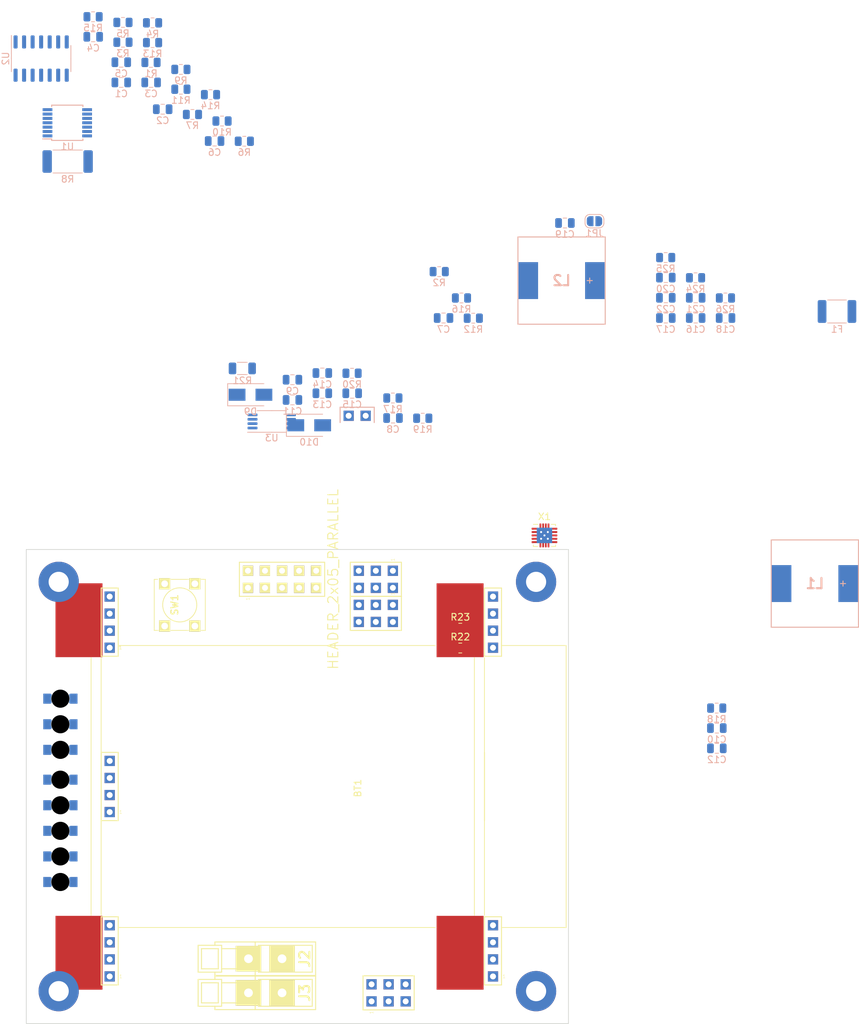
<source format=kicad_pcb>
(kicad_pcb (version 20211014) (generator pcbnew)
  (layers (0 "F.Cu" signal) (31 "B.Cu" signal) (34 "B.Paste" user) (35 "F.Paste" user) (36 "B.SilkS" user "B.Silkscreen") (37 "F.SilkS" user "F.Silkscreen") (38 "B.Mask" user) (39 "F.Mask" user) (44 "Edge.Cuts" user))
  (net 0 "")
  (net 1 "+3V3")
  (net 2 "GND")
  (net 3 "Net-(C2-Pad1)")
  (net 4 "Net-(C3-Pad1)")
  (net 5 "Net-(C3-Pad2)")
  (net 6 "/battery_pack/Battery+")
  (net 7 "/power_input/PV+")
  (net 8 "Net-(C9-Pad1)")
  (net 9 "Net-(C10-Pad1)")
  (net 10 "Net-(C10-Pad2)")
  (net 11 "Net-(C11-Pad1)")
  (net 12 "Net-(C12-Pad1)")
  (net 13 "Net-(C18-Pad1)")
  (net 14 "Net-(C19-Pad1)")
  (net 15 "Net-(D1-Pad2)")
  (net 16 "Net-(D2-Pad2)")
  (net 17 "Net-(D3-Pad2)")
  (net 18 "Net-(D4-Pad2)")
  (net 19 "Net-(D5-Pad2)")
  (net 20 "Net-(D6-Pad2)")
  (net 21 "Net-(D7-Pad2)")
  (net 22 "Net-(D8-Pad2)")
  (net 23 "Net-(D9-Pad2)")
  (net 24 "Net-(F1-Pad2)")
  (net 25 "/fuel_gauge/CHARGE_CTRL")
  (net 26 "Net-(JP1-Pad2)")
  (net 27 "Net-(L2-Pad1)")
  (net 28 "Net-(L2-Pad2)")
  (net 33 "/fuel_gauge/I2C_SCL")
  (net 34 "/fuel_gauge/I2C_SDA")
  (net 35 "Net-(R4-Pad2)")
  (net 36 "Net-(R5-Pad1)")
  (net 37 "/battery_pack/Battery-")
  (net 38 "Net-(R9-Pad2)")
  (net 39 "Net-(R10-Pad2)")
  (net 40 "Net-(R11-Pad2)")
  (net 41 "Net-(R12-Pad2)")
  (net 42 "Net-(R13-Pad2)")
  (net 43 "Net-(R14-Pad2)")
  (net 44 "Net-(R15-Pad2)")
  (net 45 "Net-(R16-Pad2)")
  (net 46 "Net-(R18-Pad2)")
  (net 47 "Net-(SW1-Pad2)")
  (net 48 "/fuel_gauge/P2")
  (net 49 "/fuel_gauge/P1")
  (footprint "Mlab_Mechanical:MountingHole_3mm" (layer "F.Cu") (at 84.836 81.026)
    (fp_text reference "M4" hide)
    (fp_text value "HOLE" hide)
    (pad "1" thru_hole circle (at 0 0) (size 6 6) (drill 3) (layers *.Cu *.Mask) (clearance 1))
  )
  (footprint "Mlab_Pin_Headers:Straight_2x03" (layer "F.Cu") (at 133.985 142.24 90)
    (fp_text reference "J1" hide)
    (fp_text value "HEADER_2x03_PARALLEL" hide)
    (fp_text user "1" (at -2.921 -2.54 90) (layer "F.SilkS") (effects (font (size 0.5 0.5) (thickness 0.05))))
    (pad "1" thru_hole rect (at -1.27 -2.54 90) (size 1.524 1.524) (drill 0.889) (layers *.Cu *.Mask) (net 2 "GND"))
    (pad "2" thru_hole rect (at 1.27 -2.54 90) (size 1.524 1.524) (drill 0.889) (layers *.Cu *.Mask) (net 2 "GND"))
    (pad "3" thru_hole rect (at -1.27 0 90) (size 1.524 1.524) (drill 0.889) (layers *.Cu *.Mask) (net 24 "Net-(F1-Pad2)"))
    (pad "4" thru_hole rect (at 1.27 0 90) (size 1.524 1.524) (drill 0.889) (layers *.Cu *.Mask) (net 24 "Net-(F1-Pad2)"))
    (pad "5" thru_hole rect (at -1.27 2.54 90) (size 1.524 1.524) (drill 0.889) (layers *.Cu *.Mask) (net 2 "GND"))
    (pad "6" thru_hole rect (at 1.27 2.54 90) (size 1.524 1.524) (drill 0.889) (layers *.Cu *.Mask) (net 2 "GND"))
  )
  (footprint "Package_SON:Texas_S-PWSON-N10_ThermalVias" (layer "F.Cu") (at 157.202 74.108)
    (fp_text reference "X1" (at 0 -2.8) (layer "F.SilkS"))
    (fp_text value "TPS63060")
    (pad "1" smd rect (at -1.76 -1) (size 0.28 0.28) (layers "F.Cu" "F.Paste" "F.Mask") (net 27 "Net-(L2-Pad1)"))
    (pad "1" smd oval (at -1.475 -1) (size 0.85 0.28) (layers "F.Cu" "F.Paste" "F.Mask") (net 27 "Net-(L2-Pad1)"))
    (pad "2" smd rect (at -1.76 -0.5) (size 0.28 0.28) (layers "F.Cu" "F.Paste" "F.Mask") (net 6 "/battery_pack/Battery+"))
    (pad "2" smd oval (at -1.475 -0.5) (size 0.85 0.28) (layers "F.Cu" "F.Paste" "F.Mask") (net 6 "/battery_pack/Battery+"))
    (pad "3" smd oval (at -1.475 0) (size 0.85 0.28) (layers "F.Cu" "F.Paste" "F.Mask") (net 6 "/battery_pack/Battery+"))
    (pad "3" smd rect (at -1.76 0) (size 0.28 0.28) (layers "F.Cu" "F.Paste" "F.Mask") (net 6 "/battery_pack/Battery+"))
    (pad "4" smd rect (at -1.76 0.5) (size 0.28 0.28) (layers "F.Cu" "F.Paste" "F.Mask") (net 26 "Net-(JP1-Pad2)"))
    (pad "4" smd oval (at -1.475 0.5) (size 0.85 0.28) (layers "F.Cu" "F.Paste" "F.Mask") (net 26 "Net-(JP1-Pad2)"))
    (pad "5" smd rect (at -1.76 1) (size 0.28 0.28) (layers "F.Cu" "F.Paste" "F.Mask"))
    (pad "5" smd oval (at -1.475 1) (size 0.85 0.28) (layers "F.Cu" "F.Paste" "F.Mask"))
    (pad "6" smd oval (at 1.475 1) (size 0.85 0.28) (layers "F.Cu" "F.Paste" "F.Mask") (net 13 "Net-(C18-Pad1)"))
    (pad "6" smd rect (at 1.76 1) (size 0.28 0.28) (layers "F.Cu" "F.Paste" "F.Mask") (net 13 "Net-(C18-Pad1)"))
    (pad "7" smd oval (at 1.475 0.5) (size 0.85 0.28) (layers "F.Cu" "F.Paste" "F.Mask") (net 2 "GND"))
    (pad "7" smd rect (at 1.76 0.5) (size 0.28 0.28) (layers "F.Cu" "F.Paste" "F.Mask") (net 2 "GND"))
    (pad "8" smd rect (at 1.76 0) (size 0.28 0.28) (layers "F.Cu" "F.Paste" "F.Mask") (net 14 "Net-(C19-Pad1)"))
    (pad "8" smd oval (at 1.475 0) (size 0.85 0.28) (layers "F.Cu" "F.Paste" "F.Mask") (net 14 "Net-(C19-Pad1)"))
    (pad "9" smd oval (at 1.475 -0.5) (size 0.85 0.28) (layers "F.Cu" "F.Paste" "F.Mask") (net 1 "+3V3"))
    (pad "9" smd rect (at 1.76 -0.5) (size 0.28 0.28) (layers "F.Cu" "F.Paste" "F.Mask") (net 1 "+3V3"))
    (pad "10" smd oval (at 1.475 -1) (size 0.85 0.28) (layers "F.Cu" "F.Paste" "F.Mask") (net 28 "Net-(L2-Pad2)"))
    (pad "10" smd rect (at 1.76 -1) (size 0.28 0.28) (layers "F.Cu" "F.Paste" "F.Mask") (net 28 "Net-(L2-Pad2)"))
    (pad "11" smd rect (at -0.6 1.425) (size 0.23 0.6) (layers "F.Cu" "F.Paste" "F.Mask") (net 2 "GND"))
    (pad "11" smd rect (at 0.435 0.56) (size 0.65 0.9) (layers "F.Cu" "F.Paste" "F.Mask") (net 2 "GND"))
    (pad "11" smd rect (at -0.2 1.425) (size 0.23 0.6) (layers "F.Cu" "F.Paste" "F.Mask") (net 2 "GND"))
    (pad "11" smd rect (at 0 0) (size 1.7 2.15) (layers "F.Cu" "F.Mask") (net 2 "GND"))
    (pad "11" smd rect (at -0.001 0) (size 2.3 2.3) (layers "B.Cu") (net 2 "GND"))
    (pad "11" smd rect (at 0.6 -1.425) (size 0.25 0.7) (layers "F.Cu" "F.Paste" "F.Mask") (net 2 "GND"))
    (pad "11" thru_hole circle (at 0.5 -0.5) (size 0.6 0.6) (drill 0.3) (layers *.Cu *.Mask) (net 2 "GND"))
    (pad "11" smd rect (at -0.2 1.425) (size 0.25 0.7) (layers "F.Cu" "F.Paste" "F.Mask") (net 2 "GND"))
    (pad "11" smd rect (at 0.2 1.425) (size 0.25 0.7) (layers "F.Cu" "F.Paste" "F.Mask") (net 2 "GND"))
    (pad "11" smd rect (at 0.2 1.425) (size 0.23 0.6) (layers "F.Cu" "F.Paste" "F.Mask") (net 2 "GND"))
    (pad "11" smd rect (at 0.2 -1.425) (size 0.23 0.6) (layers "F.Cu" "F.Paste" "F.Mask") (net 2 "GND"))
    (pad "11" smd rect (at 0.6 1.425) (size 0.25 0.7) (layers "F.Cu" "F.Paste" "F.Mask") (net 2 "GND"))
    (pad "11" smd rect (at -0.435 0.56) (size 0.65 0.9) (layers "F.Cu" "F.Paste" "F.Mask") (net 2 "GND"))
    (pad "11" smd rect (at 0.6 1.425) (size 0.23 0.6) (layers "F.Cu" "F.Paste" "F.Mask") (net 2 "GND"))
    (pad "11" smd rect (at -0.2 -1.425) (size 0.25 0.7) (layers "F.Cu" "F.Paste" "F.Mask") (net 2 "GND"))
    (pad "11" smd rect (at 0.2 -1.425) (size 0.25 0.7) (layers "F.Cu" "F.Paste" "F.Mask") (net 2 "GND"))
    (pad "11" smd rect (at 0.435 -0.56) (size 0.65 0.9) (layers "F.Cu" "F.Paste" "F.Mask") (net 2 "GND"))
    (pad "11" smd rect (at -0.6 -1.425) (size 0.25 0.7) (layers "F.Cu" "F.Paste" "F.Mask") (net 2 "GND"))
    (pad "11" thru_hole circle (at 0 0) (size 0.6 0.6) (drill 0.3) (layers *.Cu *.Mask) (net 2 "GND"))
    (pad "11" smd rect (at 0.6 -1.425) (size 0.23 0.6) (layers "F.Cu" "F.Paste" "F.Mask") (net 2 "GND"))
    (pad "11" smd rect (at -0.6 1.425) (size 0.25 0.7) (layers "F.Cu" "F.Paste" "F.Mask") (net 2 "GND"))
    (pad "11" smd rect (at -0.6 -1.425) (size 0.23 0.6) (layers "F.Cu" "F.Paste" "F.Mask") (net 2 "GND"))
    (pad "11" thru_hole circle (at 0.5 0.5) (size 0.6 0.6) (drill 0.3) (layers *.Cu *.Mask) (net 2 "GND"))
    (pad "11" thru_hole circle (at -0.5 -0.5) (size 0.6 0.6) (drill 0.3) (layers *.Cu *.Mask) (net 2 "GND"))
    (pad "11" thru_hole circle (at -0.5 0.5) (size 0.6 0.6) (drill 0.3) (layers *.Cu *.Mask) (net 2 "GND"))
    (pad "11" smd rect (at -0.2 -1.425) (size 0.23 0.6) (layers "F.Cu" "F.Paste" "F.Mask") (net 2 "GND"))
    (pad "11" smd rect (at -0.435 -0.56) (size 0.65 0.9) (layers "F.Cu" "F.Paste" "F.Mask") (net 2 "GND"))
  )
  (footprint "Resistor_SMD:R_0805_2012Metric" (layer "F.Cu") (at 144.662 90.878)
    (fp_text reference "R22" (at 0 -1.65) (layer "F.SilkS"))
    (fp_text value "560k")
    (pad "1" smd roundrect (at -0.9125 0) (size 1.025 1.4) (layers "F.Cu" "F.Paste" "F.Mask") (roundrect_rratio 0.243902) (net 11 "Net-(C11-Pad1)"))
    (pad "2" smd roundrect (at 0.9125 0) (size 1.025 1.4) (layers "F.Cu" "F.Paste" "F.Mask") (roundrect_rratio 0.243902) (net 6 "/battery_pack/Battery+"))
  )
  (footprint "Mlab_Pin_Headers:Straight_2x03" (layer "F.Cu") (at 132.08 80.645 -90)
    (fp_text reference "J6" hide)
    (fp_text value "HEADER_2x03_PARALLEL" hide)
    (fp_text user "1" (at -2.921 -2.54 90) (layer "F.SilkS") (effects (font (size 0.5 0.5) (thickness 0.05))))
    (pad "1" thru_hole rect (at -1.27 -2.54 270) (size 1.524 1.524) (drill 0.889) (layers *.Cu *.Mask) (net 2 "GND"))
    (pad "2" thru_hole rect (at 1.27 -2.54 270) (size 1.524 1.524) (drill 0.889) (layers *.Cu *.Mask) (net 2 "GND"))
    (pad "3" thru_hole rect (at -1.27 0 270) (size 1.524 1.524) (drill 0.889) (layers *.Cu *.Mask) (net 1 "+3V3"))
    (pad "4" thru_hole rect (at 1.27 0 270) (size 1.524 1.524) (drill 0.889) (layers *.Cu *.Mask) (net 1 "+3V3"))
    (pad "5" thru_hole rect (at -1.27 2.54 270) (size 1.524 1.524) (drill 0.889) (layers *.Cu *.Mask) (net 2 "GND"))
    (pad "6" thru_hole rect (at 1.27 2.54 270) (size 1.524 1.524) (drill 0.889) (layers *.Cu *.Mask) (net 2 "GND"))
  )
  (footprint "Mlab_Batery:4XLTO1865V01A" (layer "F.Cu") (at 92.434 111.506 90)
    (fp_text reference "BT1" (at -0.254 36.957 90) (layer "F.SilkS"))
    (fp_text value "4xLTO18650")
    (fp_text user "1" (at -3.81 1.651) (layer "F.SilkS") (effects (font (size 0.5 0.5) (thickness 0.05))))
    (fp_text user "1" (at 20.67 1.524) (layer "F.SilkS") (effects (font (size 0.5 0.5) (thickness 0.05))))
    (fp_text user "1" (at -28.29 1.651) (layer "F.SilkS") (effects (font (size 0.5 0.5) (thickness 0.05))))
    (fp_text user "1" (at -28.29 58.751) (layer "F.SilkS") (effects (font (size 0.5 0.5) (thickness 0.05))))
    (fp_text user "1" (at 20.67 1.651 180) (layer "F.SilkS") (effects (font (size 0.5 0.5) (thickness 0.05))))
    (pad "1" thru_hole rect locked (at -1.27 0 180) (size 1.524 1.524) (drill 0.889) (layers *.Cu *.Mask) (net 6 "/battery_pack/Battery+"))
    (pad "1" thru_hole rect locked (at 1.27 0 180) (size 1.524 1.524) (drill 0.889) (layers *.Cu *.Mask) (net 6 "/battery_pack/Battery+"))
    (pad "2" thru_hole rect locked (at -3.81 0 180) (size 1.524 1.524) (drill 0.889) (layers *.Cu *.Mask) (net 37 "/battery_pack/Battery-"))
    (pad "2" thru_hole rect locked (at 3.81 0 180) (size 1.524 1.524) (drill 0.889) (layers *.Cu *.Mask) (net 37 "/battery_pack/Battery-"))
    (pad "3" thru_hole rect locked (at 25.75 0 180) (size 1.524 1.524) (drill 0.889) (layers *.Cu *.Mask) (net 2 "GND"))
    (pad "3" thru_hole rect locked (at 25.75 57.1 180) (size 1.524 1.524) (drill 0.889) (layers *.Cu *.Mask) (net 2 "GND"))
    (pad "3" thru_hole rect locked (at 23.21 0 180) (size 1.524 1.524) (drill 0.889) (layers *.Cu *.Mask) (net 2 "GND"))
    (pad "3" smd rect locked (at 24.765 52.197 90) (size 11 7) (layers "F.Cu" "F.Paste" "F.Mask") (net 2 "GND"))
    (pad "3" thru_hole rect locked (at 20.67 0 180) (size 1.524 1.524) (drill 0.889) (layers *.Cu *.Mask) (net 2 "GND"))
    (pad "3" thru_hole rect locked (at -20.67 0 180) (size 1.524 1.524) (drill 0.889) (layers *.Cu *.Mask) (net 2 "GND"))
    (pad "3" thru_hole rect locked (at 28.29 0 180) (size 1.524 1.524) (drill 0.889) (layers *.Cu *.Mask) (net 2 "GND"))
    (pad "3" smd rect locked (at 24.765 -4.572 90) (size 11 7) (layers "F.Cu" "F.Paste" "F.Mask") (net 2 "GND"))
    (pad "3" thru_hole rect locked (at 28.29 57.1 180) (size 1.524 1.524) (drill 0.889) (layers *.Cu *.Mask) (net 2 "GND"))
    (pad "3" thru_hole rect locked (at -20.67 57.1 180) (size 1.524 1.524) (drill 0.889) (layers *.Cu *.Mask) (net 2 "GND"))
    (pad "3" thru_hole rect locked (at -28.29 0 180) (size 1.524 1.524) (drill 0.889) (layers *.Cu *.Mask) (net 2 "GND"))
    (pad "3" smd rect locked (at -24.765 -4.572 90) (size 11 7) (layers "F.Cu" "F.Paste" "F.Mask") (net 2 "GND"))
    (pad "3" thru_hole rect locked (at -25.75 0 180) (size 1.524 1.524) (drill 0.889) (layers *.Cu *.Mask) (net 2 "GND"))
    (pad "3" thru_hole rect locked (at -23.21 0 180) (size 1.524 1.524) (drill 0.889) (layers *.Cu *.Mask) (net 2 "GND"))
    (pad "3" thru_hole rect locked (at -28.29 57.1 180) (size 1.524 1.524) (drill 0.889) (layers *.Cu *.Mask) (net 2 "GND"))
    (pad "3" smd rect locked (at -24.765 52.197 90) (size 11 7) (layers "F.Cu" "F.Paste" "F.Mask") (net 2 "GND"))
    (pad "3" thru_hole rect locked (at -25.75 57.1 180) (size 1.524 1.524) (drill 0.889) (layers *.Cu *.Mask) (net 2 "GND"))
    (pad "3" thru_hole rect locked (at 23.21 57.1 180) (size 1.524 1.524) (drill 0.889) (layers *.Cu *.Mask) (net 2 "GND"))
    (pad "3" thru_hole rect locked (at 20.67 57.1 180) (size 1.524 1.524) (drill 0.889) (layers *.Cu *.Mask) (net 2 "GND"))
    (pad "3" thru_hole rect locked (at -23.21 57.1 180) (size 1.524 1.524) (drill 0.889) (layers *.Cu *.Mask) (net 2 "GND"))
  )
  (footprint "Mlab_Mechanical:MountingHole_3mm" (layer "F.Cu") (at 155.956 81.026)
    (fp_text reference "M1" hide)
    (fp_text value "HOLE" hide)
    (pad "1" thru_hole circle (at 0 0) (size 6 6) (drill 3) (layers *.Cu *.Mask) (clearance 1))
  )
  (footprint "Mlab_Mechanical:MountingHole_3mm" (layer "F.Cu") (at 155.956 141.986)
    (fp_text reference "M3" hide)
    (fp_text value "HOLE" hide)
    (pad "1" thru_hole circle (at 0 0) (size 6 6) (drill 3) (layers *.Cu *.Mask) (clearance 1))
  )
  (footprint "Mlab_Pin_Headers:Straight_2x05" (layer "F.Cu") (at 118.11 80.645 90)
    (fp_text reference "P1" hide)
    (fp_text value "HEADER_2x05_PARALLEL" (at 0 7.62 90) (layer "F.SilkS") (effects (font (size 1.5 1.5))))
    (fp_text user "1" (at -2.921 -5.08 90) (layer "F.SilkS") (effects (font (size 0.5 0.5) (thickness 0.05))))
    (pad "1" thru_hole rect (at -1.27 -5.08 90) (size 1.524 1.524) (drill 0.889) (layers *.Cu *.Mask "F.SilkS") (net 2 "GND"))
    (pad "2" thru_hole rect (at 1.27 -5.08 90) (size 1.524 1.524) (drill 0.889) (layers *.Cu *.Mask "F.SilkS") (net 2 "GND"))
    (pad "3" thru_hole rect (at -1.27 -2.54 90) (size 1.524 1.524) (drill 0.889) (layers *.Cu *.Mask "F.SilkS") (net 33 "/fuel_gauge/I2C_SCL"))
    (pad "4" thru_hole rect (at 1.27 -2.54 90) (size 1.524 1.524) (drill 0.889) (layers *.Cu *.Mask "F.SilkS") (net 33 "/fuel_gauge/I2C_SCL"))
    (pad "5" thru_hole rect (at -1.27 0 90) (size 1.524 1.524) (drill 0.889) (layers *.Cu *.Mask "F.SilkS") (net 1 "+3V3"))
    (pad "6" thru_hole rect (at 1.27 0 90) (size 1.524 1.524) (drill 0.889) (layers *.Cu *.Mask "F.SilkS") (net 1 "+3V3"))
    (pad "7" thru_hole rect (at -1.27 2.54 90) (size 1.524 1.524) (drill 0.889) (layers *.Cu *.Mask "F.SilkS") (net 34 "/fuel_gauge/I2C_SDA"))
    (pad "8" thru_hole rect (at 1.27 2.54 90) (size 1.524 1.524) (drill 0.889) (layers *.Cu *.Mask "F.SilkS") (net 34 "/fuel_gauge/I2C_SDA"))
    (pad "9" thru_hole rect (at -1.27 5.08 90) (size 1.524 1.524) (drill 0.889) (layers *.Cu *.Mask "F.SilkS") (net 2 "GND"))
    (pad "10" thru_hole rect (at 1.27 5.08 90) (size 1.524 1.524) (drill 0.889) (layers *.Cu *.Mask "F.SilkS") (net 2 "GND"))
  )
  (footprint "Mlab_SW:SW_PUSH_SMALL" (layer "F.Cu") (at 102.87 84.455 90)
    (fp_text reference "SW1" (at 0 -0.762 90) (layer "F.SilkS") (effects (font (size 1.016 1.016) (thickness 0.2032))))
    (fp_text value "SW_PUSH" hide)
    (pad "1" thru_hole rect (at -3.15 -2.25 90) (size 1.6764 1.6764) (drill 1) (layers *.Cu *.Mask "F.SilkS") (net 36 "Net-(R5-Pad1)"))
    (pad "1" thru_hole rect (at 3.15 -2.25 90) (size 1.6764 1.6764) (drill 1) (layers *.Cu *.Mask "F.SilkS") (net 36 "Net-(R5-Pad1)"))
    (pad "2" thru_hole rect (at -3.15 2.25 90) (size 1.6764 1.6764) (drill 1) (layers *.Cu *.Mask "F.SilkS") (net 47 "Net-(SW1-Pad2)"))
    (pad "2" thru_hole rect (at 3.15 2.25 90) (size 1.6764 1.6764) (drill 1) (layers *.Cu *.Mask "F.SilkS") (net 47 "Net-(SW1-Pad2)"))
  )
  (footprint "Resistor_SMD:R_0805_2012Metric" (layer "F.Cu") (at 144.662 87.928)
    (fp_text reference "R23" (at 0 -1.65) (layer "F.SilkS"))
    (fp_text value "270k")
    (pad "1" smd roundrect (at -0.9125 0) (size 1.025 1.4) (layers "F.Cu" "F.Paste" "F.Mask") (roundrect_rratio 0.243902) (net 2 "GND"))
    (pad "2" smd roundrect (at 0.9125 0) (size 1.025 1.4) (layers "F.Cu" "F.Paste" "F.Mask") (roundrect_rratio 0.243902) (net 11 "Net-(C11-Pad1)"))
  )
  (footprint "Mlab_Mechanical:MountingHole_3mm" (layer "F.Cu") (at 84.836 141.986)
    (fp_text reference "M2" hide)
    (fp_text value "HOLE" hide)
    (pad "1" thru_hole circle (at 0 0) (size 6 6) (drill 3) (layers *.Cu *.Mask) (clearance 1))
  )
  (footprint "Mlab_Pin_Headers:Straight_2x03" (layer "F.Cu") (at 132.08 85.725 -90)
    (fp_text reference "J5" hide)
    (fp_text value "HEADER_2x03_PARALLEL" hide)
    (fp_text user "1" (at -2.921 -2.54 90) (layer "F.SilkS") (effects (font (size 0.5 0.5) (thickness 0.05))))
    (pad "1" thru_hole rect (at -1.27 -2.54 270) (size 1.524 1.524) (drill 0.889) (layers *.Cu *.Mask) (net 2 "GND"))
    (pad "2" thru_hole rect (at 1.27 -2.54 270) (size 1.524 1.524) (drill 0.889) (layers *.Cu *.Mask) (net 2 "GND"))
    (pad "3" thru_hole rect (at -1.27 0 270) (size 1.524 1.524) (drill 0.889) (layers *.Cu *.Mask) (net 1 "+3V3"))
    (pad "4" thru_hole rect (at 1.27 0 270) (size 1.524 1.524) (drill 0.889) (layers *.Cu *.Mask) (net 1 "+3V3"))
    (pad "5" thru_hole rect (at -1.27 2.54 270) (size 1.524 1.524) (drill 0.889) (layers *.Cu *.Mask) (net 2 "GND"))
    (pad "6" thru_hole rect (at 1.27 2.54 270) (size 1.524 1.524) (drill 0.889) (layers *.Cu *.Mask) (net 2 "GND"))
  )
  (footprint "Mlab_CON:WAGO256" (layer "F.Cu") (at 115.65 137.16 180)
    (fp_text reference "J2" (at -5.842 0 90) (layer "F.SilkS") (effects (font (size 1.524 1.524) (thickness 0.3048))))
    (fp_text value "WAGO 256 RED" hide)
    (pad "1" thru_hole rect locked (at 2.54 0 270) (size 3.81 3.81) (drill 1.3) (layers *.Cu *.Mask "F.SilkS") (net 7 "/power_input/PV+"))
    (pad "1" thru_hole rect locked (at -2.46 0 270) (size 3.81 3.81) (drill 1.3) (layers *.Cu *.Mask "F.SilkS") (net 7 "/power_input/PV+"))
  )
  (footprint "Mlab_CON:WAGO256" (layer "F.Cu") (at 115.65 142.24 180)
    (fp_text reference "J3" (at -5.842 0 90) (layer "F.SilkS") (effects (font (size 1.524 1.524) (thickness 0.3048))))
    (fp_text value "WAGO 256 BLUE" hide)
    (pad "1" thru_hole rect locked (at 2.54 0 270) (size 3.81 3.81) (drill 1.3) (layers *.Cu *.Mask "F.SilkS") (net 2 "GND"))
    (pad "1" thru_hole rect locked (at -2.46 0 270) (size 3.81 3.81) (drill 1.3) (layers *.Cu *.Mask "F.SilkS") (net 2 "GND"))
  )
  (footprint "Mlab_D:LED_1206" (layer "B.Cu") (at 85.09 98.425 180)
    (fp_text reference "D8" hide)
    (fp_text value "ORAGE" hide)
    (pad "" np_thru_hole circle (at 0 0 180) (size 2.7 2.7) (drill 2.7) (layers *.Mask))
    (pad "1" smd custom (at 1.905 0) (size 0 0) (layers "B.Cu" "B.Paste" "B.Mask") (net 1 "+3V3") (options (clearance outline) (anchor rect)) (primitives (gr_arc (start 0.402401 0.542868) (mid 0.307349 -0.003795) (end 0.405 -0.55) (width 0.4)) (gr_poly (pts (xy 0.405 -0.75) (xy -0.645 -0.75) (xy -0.645 0.75) (xy 0.405 0.75)) (width 0) (fill yes))))
    (pad "2" smd custom (at -1.905 0 180) (size 0 0) (layers "B.Cu" "B.Paste" "B.Mask") (net 22 "Net-(D8-Pad2)") (options (clearance outline) (anchor rect)) (primitives (gr_arc (start 0.402401 0.542868) (mid 0.307349 -0.003795) (end 0.405 -0.55) (width 0.4)) (gr_poly (pts (xy 0.405 -0.75) (xy -0.645 -0.75) (xy -0.645 0.75) (xy 0.405 0.75)) (width 0) (fill yes))))
  )
  (footprint "Diode_SMD:D_SMA" (layer "B.Cu") (at 122.16 57.705)
    (fp_text reference "D10" (at 0 2.5 180) (layer "B.SilkS") (effects (justify mirror)))
    (fp_text value "SMBJ5.0A")
    (pad "1" smd rect (at -2 0) (size 2.5 1.8) (layers "B.Cu" "B.Paste" "B.Mask") (net 12 "Net-(C12-Pad1)"))
    (pad "2" smd rect (at 2 0) (size 2.5 1.8) (layers "B.Cu" "B.Paste" "B.Mask") (net 2 "GND"))
  )
  (footprint "Capacitor_SMD:C_0805_2012Metric" (layer "B.Cu") (at 124.11 52.935)
    (fp_text reference "C13" (at 0 1.68 180) (layer "B.SilkS") (effects (justify mirror)))
    (fp_text value "10uF")
    (pad "1" smd roundrect (at -0.95 0) (size 1 1.45) (layers "B.Cu" "B.Paste" "B.Mask") (net 12 "Net-(C12-Pad1)"))
    (pad "2" smd roundrect (at 0.95 0) (size 1 1.45) (layers "B.Cu" "B.Paste" "B.Mask") (net 2 "GND"))
  )
  (footprint "Resistor_SMD:R_1206_3216Metric" (layer "B.Cu") (at 112.19 49.235)
    (fp_text reference "R21" (at 0 1.82 180) (layer "B.SilkS") (effects (justify mirror)))
    (fp_text value "0R47")
    (pad "1" smd roundrect (at -1.4625 0) (size 1.125 1.75) (layers "B.Cu" "B.Paste" "B.Mask") (roundrect_rratio 0.222222) (net 6 "/battery_pack/Battery+"))
    (pad "2" smd roundrect (at 1.4625 0) (size 1.125 1.75) (layers "B.Cu" "B.Paste" "B.Mask") (roundrect_rratio 0.222222) (net 12 "Net-(C12-Pad1)"))
  )
  (footprint "Fuse:Fuse_1812_4532Metric_Pad1.30x3.40mm_HandSolder" (layer "B.Cu") (at 200.78 40.755)
    (fp_text reference "F1" (at 0 2.65 180) (layer "B.SilkS") (effects (justify mirror)))
    (fp_text value "1,1A")
    (pad "1" smd roundrect (at -2.225 0) (size 1.3 3.4) (layers "B.Cu" "B.Paste" "B.Mask") (roundrect_rratio 0.192308) (net 6 "/battery_pack/Battery+"))
    (pad "2" smd roundrect (at 2.225 0) (size 1.3 3.4) (layers "B.Cu" "B.Paste" "B.Mask") (roundrect_rratio 0.192308) (net 24 "Net-(F1-Pad2)"))
  )
  (footprint "Capacitor_SMD:C_0805_2012Metric" (layer "B.Cu") (at 179.73 41.725)
    (fp_text reference "C16" (at 0 1.68 180) (layer "B.SilkS") (effects (justify mirror)))
    (fp_text value "47uF/6V3")
    (pad "1" smd roundrect (at -0.95 0) (size 1 1.45) (layers "B.Cu" "B.Paste" "B.Mask") (net 6 "/battery_pack/Battery+"))
    (pad "2" smd roundrect (at 0.95 0) (size 1 1.45) (layers "B.Cu" "B.Paste" "B.Mask") (net 2 "GND"))
  )
  (footprint "Resistor_SMD:R_0805_2012Metric" (layer "B.Cu") (at 184.16 38.745)
    (fp_text reference "R26" (at 0 1.65 180) (layer "B.SilkS") (effects (justify mirror)))
    (fp_text value "100k")
    (pad "1" smd roundrect (at -0.9125 0) (size 1.025 1.4) (layers "B.Cu" "B.Paste" "B.Mask") (roundrect_rratio 0.243902) (net 14 "Net-(C19-Pad1)"))
    (pad "2" smd roundrect (at 0.9125 0) (size 1.025 1.4) (layers "B.Cu" "B.Paste" "B.Mask") (roundrect_rratio 0.243902) (net 2 "GND"))
  )
  (footprint "Mlab_D:LED_1206" (layer "B.Cu") (at 85.09 102.235 180)
    (fp_text reference "D1" hide)
    (fp_text value "ORAGE" hide)
    (pad "" np_thru_hole circle (at 0 0 180) (size 2.7 2.7) (drill 2.7) (layers *.Mask))
    (pad "1" smd custom (at 1.905 0) (size 0 0) (layers "B.Cu" "B.Paste" "B.Mask") (net 1 "+3V3") (options (clearance outline) (anchor rect)) (primitives (gr_arc (start 0.402401 0.542868) (mid 0.307349 -0.003795) (end 0.405 -0.55) (width 0.4)) (gr_poly (pts (xy 0.405 -0.75) (xy -0.645 -0.75) (xy -0.645 0.75) (xy 0.405 0.75)) (width 0) (fill yes))))
    (pad "2" smd custom (at -1.905 0 180) (size 0 0) (layers "B.Cu" "B.Paste" "B.Mask") (net 15 "Net-(D1-Pad2)") (options (clearance outline) (anchor rect)) (primitives (gr_arc (start 0.402401 0.542868) (mid 0.307349 -0.003795) (end 0.405 -0.55) (width 0.4)) (gr_poly (pts (xy 0.405 -0.75) (xy -0.645 -0.75) (xy -0.645 0.75) (xy 0.405 0.75)) (width 0) (fill yes))))
  )
  (footprint "Resistor_SMD:R_0805_2012Metric" (layer "B.Cu") (at 139.07 56.655)
    (fp_text reference "R19" (at 0 1.65 180) (layer "B.SilkS") (effects (justify mirror)))
    (fp_text value "1k")
    (pad "1" smd roundrect (at -0.9125 0) (size 1.025 1.4) (layers "B.Cu" "B.Paste" "B.Mask") (roundrect_rratio 0.243902) (net 9 "Net-(C10-Pad1)"))
    (pad "2" smd roundrect (at 0.9125 0) (size 1.025 1.4) (layers "B.Cu" "B.Paste" "B.Mask") (roundrect_rratio 0.243902) (net 12 "Net-(C12-Pad1)"))
  )
  (footprint "Mlab_L:DE1205-10" (layer "B.Cu") (at 159.7524 36.1526)
    (fp_text reference "L2" (at 0 0 180) (layer "B.SilkS") (effects (font (size 1.524 1.524) (thickness 0.3048)) (justify mirror)))
    (fp_text value "DE1207-1" hide)
    (pad "1" smd rect locked (at 5 0) (size 3 5.5) (layers "B.Cu" "B.Paste" "B.Mask") (net 27 "Net-(L2-Pad1)"))
    (pad "2" smd rect locked (at -5 0) (size 3 5.5) (layers "B.Cu" "B.Paste" "B.Mask") (net 28 "Net-(L2-Pad2)"))
  )
  (footprint "Mlab_IO:TSSOP-14_4.4x5mm_Pitch0.65mm" (layer "B.Cu") (at 86.12 12.64798)
    (fp_text reference "U1" (at 0 3.55 180) (layer "B.SilkS") (effects (justify mirror)))
    (fp_text value "BQ34Z100")
    (pad "1" smd rect locked (at -2.95 1.95) (size 1.45 0.45) (layers "B.Cu" "B.Paste" "B.Mask") (net 48 "/fuel_gauge/P2"))
    (pad "2" smd rect locked (at -2.95 1.3) (size 1.45 0.45) (layers "B.Cu" "B.Paste" "B.Mask") (net 47 "Net-(SW1-Pad2)"))
    (pad "3" smd rect locked (at -2.95 0.65) (size 1.45 0.45) (layers "B.Cu" "B.Paste" "B.Mask") (net 49 "/fuel_gauge/P1"))
    (pad "4" smd rect locked (at -2.95 0) (size 1.45 0.45) (layers "B.Cu" "B.Paste" "B.Mask") (net 6 "/battery_pack/Battery+"))
    (pad "5" smd rect locked (at -2.95 -0.65) (size 1.45 0.45) (layers "B.Cu" "B.Paste" "B.Mask") (net 1 "+3V3"))
    (pad "6" smd rect locked (at -2.95 -1.3) (size 1.45 0.45) (layers "B.Cu" "B.Paste" "B.Mask") (net 1 "+3V3"))
    (pad "7" smd rect locked (at -2.95 -1.95) (size 1.45 0.45) (layers "B.Cu" "B.Paste" "B.Mask") (net 3 "Net-(C2-Pad1)"))
    (pad "8" smd rect locked (at 2.95 -1.95) (size 1.45 0.45) (layers "B.Cu" "B.Paste" "B.Mask") (net 2 "GND"))
    (pad "9" smd rect locked (at 2.95 -1.3) (size 1.45 0.45) (layers "B.Cu" "B.Paste" "B.Mask") (net 4 "Net-(C3-Pad1)"))
    (pad "10" smd rect locked (at 2.95 -0.65) (size 1.45 0.45) (layers "B.Cu" "B.Paste" "B.Mask") (net 5 "Net-(C3-Pad2)"))
    (pad "11" smd rect locked (at 2.95 0) (size 1.45 0.45) (layers "B.Cu" "B.Paste" "B.Mask") (net 35 "Net-(R4-Pad2)"))
    (pad "12" smd rect locked (at 2.95 0.65) (size 1.45 0.45) (layers "B.Cu" "B.Paste" "B.Mask") (net 25 "/fuel_gauge/CHARGE_CTRL"))
    (pad "13" smd rect locked (at 2.95 1.3) (size 1.45 0.45) (layers "B.Cu" "B.Paste" "B.Mask") (net 33 "/fuel_gauge/I2C_SCL"))
    (pad "14" smd rect locked (at 2.95 1.95) (size 1.45 0.45) (layers "B.Cu" "B.Paste" "B.Mask") (net 34 "/fuel_gauge/I2C_SDA"))
  )
  (footprint "Capacitor_SMD:C_0805_2012Metric" (layer "B.Cu") (at 175.28 41.725)
    (fp_text reference "C17" (at 0 1.68 180) (layer "B.SilkS") (effects (justify mirror)))
    (fp_text value "10uF")
    (pad "1" smd roundrect (at -0.95 0) (size 1 1.45) (layers "B.Cu" "B.Paste" "B.Mask") (net 6 "/battery_pack/Battery+"))
    (pad "2" smd roundrect (at 0.95 0) (size 1 1.45) (layers "B.Cu" "B.Paste" "B.Mask") (net 2 "GND"))
  )
  (footprint "Resistor_SMD:R_0805_2012Metric" (layer "B.Cu") (at 109.17 12.38798)
    (fp_text reference "R10" (at 0 1.65 180) (layer "B.SilkS") (effects (justify mirror)))
    (fp_text value "270R")
    (pad "1" smd roundrect (at -0.9125 0) (size 1.025 1.4) (layers "B.Cu" "B.Paste" "B.Mask") (roundrect_rratio 0.243902) (net 16 "Net-(D2-Pad2)"))
    (pad "2" smd roundrect (at 0.9125 0) (size 1.025 1.4) (layers "B.Cu" "B.Paste" "B.Mask") (roundrect_rratio 0.243902) (net 39 "Net-(R10-Pad2)"))
  )
  (footprint "Capacitor_SMD:C_0805_2012Metric" (layer "B.Cu") (at 142.17 41.725)
    (fp_text reference "C7" (at 0 1.68 180) (layer "B.SilkS") (effects (justify mirror)))
    (fp_text value "100nF")
    (pad "1" smd roundrect (at -0.95 0) (size 1 1.45) (layers "B.Cu" "B.Paste" "B.Mask") (net 1 "+3V3"))
    (pad "2" smd roundrect (at 0.95 0) (size 1 1.45) (layers "B.Cu" "B.Paste" "B.Mask") (net 2 "GND"))
  )
  (footprint "Resistor_SMD:R_0805_2012Metric" (layer "B.Cu") (at 104.76 11.40798)
    (fp_text reference "R7" (at 0 1.65 180) (layer "B.SilkS") (effects (justify mirror)))
    (fp_text value "100R")
    (pad "1" smd roundrect (at -0.9125 0) (size 1.025 1.4) (layers "B.Cu" "B.Paste" "B.Mask") (roundrect_rratio 0.243902) (net 2 "GND"))
    (pad "2" smd roundrect (at 0.9125 0) (size 1.025 1.4) (layers "B.Cu" "B.Paste" "B.Mask") (roundrect_rratio 0.243902) (net 5 "Net-(C3-Pad2)"))
  )
  (footprint "Resistor_SMD:R_0805_2012Metric" (layer "B.Cu") (at 175.26 32.725)
    (fp_text reference "R25" (at 0 1.65 180) (layer "B.SilkS") (effects (justify mirror)))
    (fp_text value "560k")
    (pad "1" smd roundrect (at -0.9125 0) (size 1.025 1.4) (layers "B.Cu" "B.Paste" "B.Mask") (roundrect_rratio 0.243902) (net 1 "+3V3"))
    (pad "2" smd roundrect (at 0.9125 0) (size 1.025 1.4) (layers "B.Cu" "B.Paste" "B.Mask") (roundrect_rratio 0.243902) (net 14 "Net-(C19-Pad1)"))
  )
  (footprint "Capacitor_SMD:C_0805_2012Metric" (layer "B.Cu") (at 94.16 6.63798)
    (fp_text reference "C1" (at 0 1.68 180) (layer "B.SilkS") (effects (justify mirror)))
    (fp_text value "100nF")
    (pad "1" smd roundrect (at -0.95 0) (size 1 1.45) (layers "B.Cu" "B.Paste" "B.Mask") (net 1 "+3V3"))
    (pad "2" smd roundrect (at 0.95 0) (size 1 1.45) (layers "B.Cu" "B.Paste" "B.Mask") (net 2 "GND"))
  )
  (footprint "Resistor_SMD:R_0805_2012Metric" (layer "B.Cu") (at 179.71 35.735)
    (fp_text reference "R24" (at 0 1.65 180) (layer "B.SilkS") (effects (justify mirror)))
    (fp_text value "10k")
    (pad "1" smd roundrect (at -0.9125 0) (size 1.025 1.4) (layers "B.Cu" "B.Paste" "B.Mask") (roundrect_rratio 0.243902) (net 6 "/battery_pack/Battery+"))
    (pad "2" smd roundrect (at 0.9125 0) (size 1.025 1.4) (layers "B.Cu" "B.Paste" "B.Mask") (roundrect_rratio 0.243902) (net 26 "Net-(JP1-Pad2)"))
  )
  (footprint "Capacitor_SMD:C_0805_2012Metric" (layer "B.Cu") (at 184.18 41.725)
    (fp_text reference "C18" (at 0 1.68 180) (layer "B.SilkS") (effects (justify mirror)))
    (fp_text value "100nF")
    (pad "1" smd roundrect (at -0.95 0) (size 1 1.45) (layers "B.Cu" "B.Paste" "B.Mask") (net 13 "Net-(C18-Pad1)"))
    (pad "2" smd roundrect (at 0.95 0) (size 1 1.45) (layers "B.Cu" "B.Paste" "B.Mask") (net 2 "GND"))
  )
  (footprint "Capacitor_SMD:C_0805_2012Metric" (layer "B.Cu") (at 94.16 3.62798)
    (fp_text reference "C5" (at 0 1.68 180) (layer "B.SilkS") (effects (justify mirror)))
    (fp_text value "3n3")
    (pad "1" smd roundrect (at -0.95 0) (size 1 1.45) (layers "B.Cu" "B.Paste" "B.Mask") (net 6 "/battery_pack/Battery+"))
    (pad "2" smd roundrect (at 0.95 0) (size 1 1.45) (layers "B.Cu" "B.Paste" "B.Mask") (net 2 "GND"))
  )
  (footprint "Resistor_SMD:R_0805_2012Metric" (layer "B.Cu") (at 144.84 38.745)
    (fp_text reference "R16" (at 0 1.65 180) (layer "B.SilkS") (effects (justify mirror)))
    (fp_text value "270R")
    (pad "1" smd roundrect (at -0.9125 0) (size 1.025 1.4) (layers "B.Cu" "B.Paste" "B.Mask") (roundrect_rratio 0.243902) (net 22 "Net-(D8-Pad2)"))
    (pad "2" smd roundrect (at 0.9125 0) (size 1.025 1.4) (layers "B.Cu" "B.Paste" "B.Mask") (roundrect_rratio 0.243902) (net 45 "Net-(R16-Pad2)"))
  )
  (footprint "Resistor_SMD:R_0805_2012Metric" (layer "B.Cu") (at 89.96 -3.14202)
    (fp_text reference "R15" (at 0 1.65 180) (layer "B.SilkS") (effects (justify mirror)))
    (fp_text value "270R")
    (pad "1" smd roundrect (at -0.9125 0) (size 1.025 1.4) (layers "B.Cu" "B.Paste" "B.Mask") (roundrect_rratio 0.243902) (net 21 "Net-(D7-Pad2)"))
    (pad "2" smd roundrect (at 0.9125 0) (size 1.025 1.4) (layers "B.Cu" "B.Paste" "B.Mask") (roundrect_rratio 0.243902) (net 44 "Net-(R15-Pad2)"))
  )
  (footprint "Diode_SMD:D_SMA" (layer "B.Cu") (at 113.41 53.155)
    (fp_text reference "D9" (at 0 2.5 180) (layer "B.SilkS") (effects (justify mirror)))
    (fp_text value "15MQ040N")
    (pad "1" smd rect (at -2 0) (size 2.5 1.8) (layers "B.Cu" "B.Paste" "B.Mask") (net 12 "Net-(C12-Pad1)"))
    (pad "2" smd rect (at 2 0) (size 2.5 1.8) (layers "B.Cu" "B.Paste" "B.Mask") (net 23 "Net-(D9-Pad2)"))
  )
  (footprint "Capacitor_SMD:C_0805_2012Metric" (layer "B.Cu") (at 119.66 53.925)
    (fp_text reference "C11" (at 0 1.68 180) (layer "B.SilkS") (effects (justify mirror)))
    (fp_text value "1nF")
    (pad "1" smd roundrect (at -0.95 0) (size 1 1.45) (layers "B.Cu" "B.Paste" "B.Mask") (net 11 "Net-(C11-Pad1)"))
    (pad "2" smd roundrect (at 0.95 0) (size 1 1.45) (layers "B.Cu" "B.Paste" "B.Mask") (net 2 "GND"))
  )
  (footprint "Capacitor_SMD:C_0805_2012Metric" (layer "B.Cu") (at 175.28 35.705)
    (fp_text reference "C20" (at 0 1.68 180) (layer "B.SilkS") (effects (justify mirror)))
    (fp_text value "10uF/6V3")
    (pad "1" smd roundrect (at -0.95 0) (size 1 1.45) (layers "B.Cu" "B.Paste" "B.Mask") (net 1 "+3V3"))
    (pad "2" smd roundrect (at 0.95 0) (size 1 1.45) (layers "B.Cu" "B.Paste" "B.Mask") (net 2 "GND"))
  )
  (footprint "Jumper:SolderJumper-2_P1.3mm_Open_RoundedPad1.0x1.5mm" (layer "B.Cu") (at 164.65 27.305)
    (fp_text reference "JP1" (at 0 1.8 180) (layer "B.SilkS") (effects (justify mirror)))
    (fp_text value "SolderJumper_2_Open")
    (pad "1" smd custom (at -0.65 0) (size 1 0.5) (layers "B.Cu" "B.Mask") (net 2 "GND") (options (clearance outline) (anchor rect)) (primitives (gr_circle (center 0 -0.25) (end 0.5 -0.25) (width 0) (fill yes)) (gr_circle (center 0 0.25) (end 0.5 0.25) (width 0) (fill yes)) (gr_poly (pts (xy 0.5 -0.75) (xy 0 -0.75) (xy 0 0.75) (xy 0.5 0.75)) (width 0) (fill yes))))
    (pad "2" smd custom (at 0.65 0) (size 1 0.5) (layers "B.Cu" "B.Mask") (net 26 "Net-(JP1-Pad2)") (options (clearance outline) (anchor rect)) (primitives (gr_circle (center 0 -0.25) (end 0.5 -0.25) (width 0) (fill yes)) (gr_circle (center 0 0.25) (end 0.5 0.25) (width 0) (fill yes)) (gr_poly (pts (xy 0 -0.75) (xy -0.5 -0.75) (xy -0.5 0.75) (xy 0 0.75)) (width 0) (fill yes))))
  )
  (footprint "Resistor_SMD:R_2512_6332Metric_Pad1.40x3.35mm_HandSolder" (layer "B.Cu") (at 86.17 18.41798)
    (fp_text reference "R8" (at 0 2.62 180) (layer "B.SilkS") (effects (justify mirror)))
    (fp_text value "0R01 75PPM")
    (pad "1" smd roundrect (at -3.05 0) (size 1.4 3.35) (layers "B.Cu" "B.Paste" "B.Mask") (roundrect_rratio 0.178571) (net 37 "/battery_pack/Battery-"))
    (pad "2" smd roundrect (at 3.05 0) (size 1.4 3.35) (layers "B.Cu" "B.Paste" "B.Mask") (roundrect_rratio 0.178571) (net 2 "GND"))
  )
  (footprint "Capacitor_SMD:C_0805_2012Metric" (layer "B.Cu") (at 128.56 52.935)
    (fp_text reference "C15" (at 0 1.68 180) (layer "B.SilkS") (effects (justify mirror)))
    (fp_text value "47uF/6V3")
    (pad "1" smd roundrect (at -0.95 0) (size 1 1.45) (layers "B.Cu" "B.Paste" "B.Mask") (net 6 "/battery_pack/Battery+"))
    (pad "2" smd roundrect (at 0.95 0) (size 1 1.45) (layers "B.Cu" "B.Paste" "B.Mask") (net 2 "GND"))
  )
  (footprint "Capacitor_SMD:C_0805_2012Metric" (layer "B.Cu") (at 108.06 15.36798)
    (fp_text reference "C6" (at 0 1.68 180) (layer "B.SilkS") (effects (justify mirror)))
    (fp_text value "100nF")
    (pad "1" smd roundrect (at -0.95 0) (size 1 1.45) (layers "B.Cu" "B.Paste" "B.Mask") (net 4 "Net-(C3-Pad1)"))
    (pad "2" smd roundrect (at 0.95 0) (size 1 1.45) (layers "B.Cu" "B.Paste" "B.Mask") (net 2 "GND"))
  )
  (footprint "Capacitor_SMD:C_0805_2012Metric" (layer "B.Cu") (at 124.11 49.925)
    (fp_text reference "C14" (at 0 1.68 180) (layer "B.SilkS") (effects (justify mirror)))
    (fp_text value "47uF/6V3")
    (pad "1" smd roundrect (at -0.95 0) (size 1 1.45) (layers "B.Cu" "B.Paste" "B.Mask") (net 12 "Net-(C12-Pad1)"))
    (pad "2" smd roundrect (at 0.95 0) (size 1 1.45) (layers "B.Cu" "B.Paste" "B.Mask") (net 2 "GND"))
  )
  (footprint "Mlab_D:LED_1206" (layer "B.Cu") (at 85.09 110.49 180)
    (fp_text reference "D5" hide)
    (fp_text value "ORAGE" hide)
    (pad "" np_thru_hole circle (at 0 0 180) (size 2.7 2.7) (drill 2.7) (layers *.Mask))
    (pad "1" smd custom (at 1.905 0) (size 0 0) (layers "B.Cu" "B.Paste" "B.Mask") (net 1 "+3V3") (options (clearance outline) (anchor rect)) (primitives (gr_arc (start 0.402401 0.542868) (mid 0.307349 -0.003795) (end 0.405 -0.55) (width 0.4)) (gr_poly (pts (xy 0.405 -0.75) (xy -0.645 -0.75) (xy -0.645 0.75) (xy 0.405 0.75)) (width 0) (fill yes))))
    (pad "2" smd custom (at -1.905 0 180) (size 0 0) (layers "B.Cu" "B.Paste" "B.Mask") (net 19 "Net-(D5-Pad2)") (options (clearance outline) (anchor rect)) (primitives (gr_arc (start 0.402401 0.542868) (mid 0.307349 -0.003795) (end 0.405 -0.55) (width 0.4)) (gr_poly (pts (xy 0.405 -0.75) (xy -0.645 -0.75) (xy -0.645 0.75) (xy 0.405 0.75)) (width 0) (fill yes))))
  )
  (footprint "Resistor_SMD:R_0805_2012Metric" (layer "B.Cu") (at 94.41 0.64798)
    (fp_text reference "R3" (at 0 1.65 180) (layer "B.SilkS") (effects (justify mirror)))
    (fp_text value "47k")
    (pad "1" smd roundrect (at -0.9125 0) (size 1.025 1.4) (layers "B.Cu" "B.Paste" "B.Mask") (roundrect_rratio 0.243902) (net 33 "/fuel_gauge/I2C_SCL"))
    (pad "2" smd roundrect (at 0.9125 0) (size 1.025 1.4) (layers "B.Cu" "B.Paste" "B.Mask") (roundrect_rratio 0.243902) (net 1 "+3V3"))
  )
  (footprint "Capacitor_SMD:C_0805_2012Metric" (layer "B.Cu") (at 182.88 102.81)
    (fp_text reference "C10" (at 0 1.68 180) (layer "B.SilkS") (effects (justify mirror)))
    (fp_text value "1uF")
    (pad "1" smd roundrect (at -0.95 0) (size 1 1.45) (layers "B.Cu" "B.Paste" "B.Mask") (net 9 "Net-(C10-Pad1)"))
    (pad "2" smd roundrect (at 0.95 0) (size 1 1.45) (layers "B.Cu" "B.Paste" "B.Mask") (net 10 "Net-(C10-Pad2)"))
  )
  (footprint "Resistor_SMD:R_0805_2012Metric" (layer "B.Cu") (at 107.45 8.45798)
    (fp_text reference "R14" (at 0 1.65 180) (layer "B.SilkS") (effects (justify mirror)))
    (fp_text value "270R")
    (pad "1" smd roundrect (at -0.9125 0) (size 1.025 1.4) (layers "B.Cu" "B.Paste" "B.Mask") (roundrect_rratio 0.243902) (net 20 "Net-(D6-Pad2)"))
    (pad "2" smd roundrect (at 0.9125 0) (size 1.025 1.4) (layers "B.Cu" "B.Paste" "B.Mask") (roundrect_rratio 0.243902) (net 43 "Net-(R14-Pad2)"))
  )
  (footprint "Resistor_SMD:R_0805_2012Metric" (layer "B.Cu") (at 112.49 15.39798)
    (fp_text reference "R6" (at 0 1.65 180) (layer "B.SilkS") (effects (justify mirror)))
    (fp_text value "100R")
    (pad "1" smd roundrect (at -0.9125 0) (size 1.025 1.4) (layers "B.Cu" "B.Paste" "B.Mask") (roundrect_rratio 0.243902) (net 37 "/battery_pack/Battery-"))
    (pad "2" smd roundrect (at 0.9125 0) (size 1.025 1.4) (layers "B.Cu" "B.Paste" "B.Mask") (roundrect_rratio 0.243902) (net 4 "Net-(C3-Pad1)"))
  )
  (footprint "Resistor_SMD:R_0805_2012Metric" (layer "B.Cu") (at 182.86 99.83)
    (fp_text reference "R18" (at 0 1.65 180) (layer "B.SilkS") (effects (justify mirror)))
    (fp_text value "1k")
    (pad "1" smd roundrect (at -0.9125 0) (size 1.025 1.4) (layers "B.Cu" "B.Paste" "B.Mask") (roundrect_rratio 0.243902) (net 25 "/fuel_gauge/CHARGE_CTRL"))
    (pad "2" smd roundrect (at 0.9125 0) (size 1.025 1.4) (layers "B.Cu" "B.Paste" "B.Mask") (roundrect_rratio 0.243902) (net 46 "Net-(R18-Pad2)"))
  )
  (footprint "Mlab_Pin_Headers:Straight_2x01" (layer "B.Cu") (at 129.3 56.285)
    (fp_text reference "J4" hide)
    (fp_text value "HEADER_2x01_PARALLEL" hide)
    (pad "1" thru_hole rect (at -1.27 0) (size 1.524 1.524) (drill 0.889) (layers *.Cu *.Mask) (net 25 "/fuel_gauge/CHARGE_CTRL"))
    (pad "2" thru_hole rect (at 1.27 0) (size 1.524 1.524) (drill 0.889) (layers *.Cu *.Mask) (net 25 "/fuel_gauge/CHARGE_CTRL"))
  )
  (footprint "Package_SO:SO-14_3.9x8.65mm_P1.27mm" (layer "B.Cu") (at 82.222 3.08198 -90)
    (fp_text reference "U2" (at 0 5.28 90) (layer "B.SilkS") (effects (justify mirror)))
    (fp_text value "SN74HC164D")
    (pad "1" smd roundrect (at -2.475 3.81 270) (size 1.95 0.6) (layers "B.Cu" "B.Paste" "B.Mask") (net 49 "/fuel_gauge/P1"))
    (pad "2" smd roundrect (at -2.475 2.54 270) (size 1.95 0.6) (layers "B.Cu" "B.Paste" "B.Mask") (net 49 "/fuel_gauge/P1"))
    (pad "3" smd roundrect (at -2.475 1.27 270) (size 1.95 0.6) (layers "B.Cu" "B.Paste" "B.Mask") (net 38 "Net-(R9-Pad2)"))
    (pad "4" smd roundrect (at -2.475 0 270) (size 1.95 0.6) (layers "B.Cu" "B.Paste" "B.Mask") (net 39 "Net-(R10-Pad2)"))
    (pad "5" smd roundrect (at -2.475 -1.27 270) (size 1.95 0.6) (layers "B.Cu" "B.Paste" "B.Mask") (net 40 "Net-(R11-Pad2)"))
    (pad "6" smd roundrect (at -2.475 -2.54 270) (size 1.95 0.6) (layers "B.Cu" "B.Paste" "B.Mask") (net 41 "Net-(R12-Pad2)"))
    (pad "7" smd roundrect (at -2.475 -3.81 270) (size 1.95 0.6) (layers "B.Cu" "B.Paste" "B.Mask") (net 2 "GND"))
    (pad "8" smd roundrect (at 2.475 -3.81 270) (size 1.95 0.6) (layers "B.Cu" "B.Paste" "B.Mask") (net 48 "/fuel_gauge/P2"))
    (pad "9" smd roundrect (at 2.475 -2.54 270) (size 1.95 0.6) (layers "B.Cu" "B.Paste" "B.Mask") (net 1 "+3V3"))
    (pad "10" smd roundrect (at 2.475 -1.27 270) (size 1.95 0.6) (layers "B.Cu" "B.Paste" "B.Mask") (net 42 "Net-(R13-Pad2)"))
    (pad "11" smd roundrect (at 2.475 0 270) (size 1.95 0.6) (layers "B.Cu" "B.Paste" "B.Mask") (net 43 "Net-(R14-Pad2)"))
    (pad "12" smd roundrect (at 2.475 1.27 270) (size 1.95 0.6) (layers "B.Cu" "B.Paste" "B.Mask") (net 44 "Net-(R15-Pad2)"))
    (pad "13" smd roundrect (at 2.475 2.54 270) (size 1.95 0.6) (layers "B.Cu" "B.Paste" "B.Mask") (net 45 "Net-(R16-Pad2)"))
    (pad "14" smd roundrect (at 2.475 3.81 270) (size 1.95 0.6) (layers "B.Cu" "B.Paste" "B.Mask") (net 1 "+3V3"))
  )
  (footprint "Mlab_D:LED_1206" (layer "B.Cu") (at 85.09 106.045 180)
    (fp_text reference "D4" hide)
    (fp_text value "ORAGE" hide)
    (pad "" np_thru_hole circle (at 0 0 180) (size 2.7 2.7) (drill 2.7) (layers *.Mask))
    (pad "1" smd custom (at 1.905 0) (size 0 0) (layers "B.Cu" "B.Paste" "B.Mask") (net 1 "+3V3") (options (clearance outline) (anchor rect)) (primitives (gr_arc (start 0.402401 0.542868) (mid 0.307349 -0.003795) (end 0.405 -0.55) (width 0.4)) (gr_poly (pts (xy 0.405 -0.75) (xy -0.645 -0.75) (xy -0.645 0.75) (xy 0.405 0.75)) (width 0) (fill yes))))
    (pad "2" smd custom (at -1.905 0 180) (size 0 0) (layers "B.Cu" "B.Paste" "B.Mask") (net 18 "Net-(D4-Pad2)") (options (clearance outline) (anchor rect)) (primitives (gr_arc (start 0.402401 0.542868) (mid 0.307349 -0.003795) (end 0.405 -0.55) (width 0.4)) (gr_poly (pts (xy 0.405 -0.75) (xy -0.645 -0.75) (xy -0.645 0.75) (xy 0.405 0.75)) (width 0) (fill yes))))
  )
  (footprint "Capacitor_SMD:C_0805_2012Metric" (layer "B.Cu") (at 175.28 38.715)
    (fp_text reference "C22" (at 0 1.68 180) (layer "B.SilkS") (effects (justify mirror)))
    (fp_text value "47uF/6V3")
    (pad "1" smd roundrect (at -0.95 0) (size 1 1.45) (layers "B.Cu" "B.Paste" "B.Mask") (net 1 "+3V3"))
    (pad "2" smd roundrect (at 0.95 0) (size 1 1.45) (layers "B.Cu" "B.Paste" "B.Mask") (net 2 "GND"))
  )
  (footprint "Resistor_SMD:R_0805_2012Metric" (layer "B.Cu") (at 134.62 53.645)
    (fp_text reference "R17" (at 0 1.65 180) (layer "B.SilkS") (effects (justify mirror)))
    (fp_text value "1k")
    (pad "1" smd roundrect (at -0.9125 0) (size 1.025 1.4) (layers "B.Cu" "B.Paste" "B.Mask") (roundrect_rratio 0.243902) (net 7 "/power_input/PV+"))
    (pad "2" smd roundrect (at 0.9125 0) (size 1.025 1.4) (layers "B.Cu" "B.Paste" "B.Mask") (roundrect_rratio 0.243902) (net 8 "Net-(C9-Pad1)"))
  )
  (footprint "Capacitor_SMD:C_0805_2012Metric" (layer "B.Cu") (at 160.25 27.575)
    (fp_text reference "C19" (at 0 1.68 180) (layer "B.SilkS") (effects (justify mirror)))
    (fp_text value "10pF")
    (pad "1" smd roundrect (at -0.95 0) (size 1 1.45) (layers "B.Cu" "B.Paste" "B.Mask") (net 14 "Net-(C19-Pad1)"))
    (pad "2" smd roundrect (at 0.95 0) (size 1 1.45) (layers "B.Cu" "B.Paste" "B.Mask") (net 2 "GND"))
  )
  (footprint "Mlab_D:LED_1206" (layer "B.Cu") (at 85.09 118.11 180)
    (fp_text reference "D6" hide)
    (fp_text value "ORAGE" hide)
    (pad "" np_thru_hole circle (at 0 0 180) (size 2.7 2.7) (drill 2.7) (layers *.Mask))
    (pad "1" smd custom (at 1.905 0) (size 0 0) (layers "B.Cu" "B.Paste" "B.Mask") (net 1 "+3V3") (options (clearance outline) (anchor rect)) (primitives (gr_arc (start 0.402401 0.542868) (mid 0.307349 -0.003795) (end 0.405 -0.55) (width 0.4)) (gr_poly (pts (xy 0.405 -0.75) (xy -0.645 -0.75) (xy -0.645 0.75) (xy 0.405 0.75)) (width 0) (fill yes))))
    (pad "2" smd custom (at -1.905 0 180) (size 0 0) (layers "B.Cu" "B.Paste" "B.Mask") (net 20 "Net-(D6-Pad2)") (options (clearance outline) (anchor rect)) (primitives (gr_arc (start 0.402401 0.542868) (mid 0.307349 -0.003795) (end 0.405 -0.55) (width 0.4)) (gr_poly (pts (xy 0.405 -0.75) (xy -0.645 -0.75) (xy -0.645 0.75) (xy 0.405 0.75)) (width 0) (fill yes))))
  )
  (footprint "Resistor_SMD:R_0805_2012Metric" (layer "B.Cu") (at 146.6 41.755)
    (fp_text reference "R12" (at 0 1.65 180) (layer "B.SilkS") (effects (justify mirror)))
    (fp_text value "270R")
    (pad "1" smd roundrect (at -0.9125 0) (size 1.025 1.4) (layers "B.Cu" "B.Paste" "B.Mask") (roundrect_rratio 0.243902) (net 18 "Net-(D4-Pad2)"))
    (pad "2" smd roundrect (at 0.9125 0) (size 1.025 1.4) (layers "B.Cu" "B.Paste" "B.Mask") (roundrect_rratio 0.243902) (net 41 "Net-(R12-Pad2)"))
  )
  (footprint "Capacitor_SMD:C_0805_2012Metric" (layer "B.Cu") (at 89.98 -0.16202)
    (fp_text reference "C4" (at 0 1.68 180) (layer "B.SilkS") (effects (justify mirror)))
    (fp_text value "100nF")
    (pad "1" smd roundrect (at -0.95 0) (size 1 1.45) (layers "B.Cu" "B.Paste" "B.Mask") (net 5 "Net-(C3-Pad2)"))
    (pad "2" smd roundrect (at 0.95 0) (size 1 1.45) (layers "B.Cu" "B.Paste" "B.Mask") (net 2 "GND"))
  )
  (footprint "Resistor_SMD:R_0805_2012Metric" (layer "B.Cu") (at 98.59 3.65798)
    (fp_text reference "R1" (at 0 1.65 180) (layer "B.SilkS") (effects (justify mirror)))
    (fp_text value "47k")
    (pad "1" smd roundrect (at -0.9125 0) (size 1.025 1.4) (layers "B.Cu" "B.Paste" "B.Mask") (roundrect_rratio 0.243902) (net 34 "/fuel_gauge/I2C_SDA"))
    (pad "2" smd roundrect (at 0.9125 0) (size 1.025 1.4) (layers "B.Cu" "B.Paste" "B.Mask") (roundrect_rratio 0.243902) (net 1 "+3V3"))
  )
  (footprint "Capacitor_SMD:C_0805_2012Metric" (layer "B.Cu") (at 100.33 10.62798)
    (fp_text reference "C2" (at 0 1.68 180) (layer "B.SilkS") (effects (justify mirror)))
    (fp_text value "1uF")
    (pad "1" smd roundrect (at -0.95 0) (size 1 1.45) (layers "B.Cu" "B.Paste" "B.Mask") (net 3 "Net-(C2-Pad1)"))
    (pad "2" smd roundrect (at 0.95 0) (size 1 1.45) (layers "B.Cu" "B.Paste" "B.Mask") (net 2 "GND"))
  )
  (footprint "Resistor_SMD:R_0805_2012Metric" (layer "B.Cu") (at 98.82 -2.24202)
    (fp_text reference "R4" (at 0 1.65 180) (layer "B.SilkS") (effects (justify mirror)))
    (fp_text value "10K NTC")
    (pad "1" smd roundrect (at -0.9125 0) (size 1.025 1.4) (layers "B.Cu" "B.Paste" "B.Mask") (roundrect_rratio 0.243902) (net 3 "Net-(C2-Pad1)"))
    (pad "2" smd roundrect (at 0.9125 0) (size 1.025 1.4) (layers "B.Cu" "B.Paste" "B.Mask") (roundrect_rratio 0.243902) (net 35 "Net-(R4-Pad2)"))
  )
  (footprint "Mlab_L:DE1205-10" (layer "B.Cu") (at 197.485 81.28)
    (fp_text reference "L1" (at 0 0 180) (layer "B.SilkS") (effects (font (size 1.524 1.524) (thickness 0.3048)) (justify mirror)))
    (fp_text value "10uH - DE1205-10" hide)
    (pad "1" smd rect locked (at 5 0) (size 3 5.5) (layers "B.Cu" "B.Paste" "B.Mask") (net 7 "/power_input/PV+"))
    (pad "2" smd rect locked (at -5 0) (size 3 5.5) (layers "B.Cu" "B.Paste" "B.Mask") (net 23 "Net-(D9-Pad2)"))
  )
  (footprint "Capacitor_SMD:C_0805_2012Metric" (layer "B.Cu") (at 182.88 105.82)
    (fp_text reference "C12" (at 0 1.68 180) (layer "B.SilkS") (effects (justify mirror)))
    (fp_text value "100nF")
    (pad "1" smd roundrect (at -0.95 0) (size 1 1.45) (layers "B.Cu" "B.Paste" "B.Mask") (net 12 "Net-(C12-Pad1)"))
    (pad "2" smd roundrect (at 0.95 0) (size 1 1.45) (layers "B.Cu" "B.Paste" "B.Mask") (net 2 "GND"))
  )
  (footprint "Mlab_D:LED_1206" (layer "B.Cu") (at 85.09 121.92 180)
    (fp_text reference "D3" hide)
    (fp_text value "ORAGE" hide)
    (pad "" np_thru_hole circle (at 0 0 180) (size 2.7 2.7) (drill 2.7) (layers *.Mask))
    (pad "1" smd custom (at 1.905 0) (size 0 0) (layers "B.Cu" "B.Paste" "B.Mask") (net 1 "+3V3") (options (clearance outline) (anchor rect)) (primitives (gr_arc (start 0.402401 0.542868) (mid 0.307349 -0.003795) (end 0.405 -0.55) (width 0.4)) (gr_poly (pts (xy 0.405 -0.75) (xy -0.645 -0.75) (xy -0.645 0.75) (xy 0.405 0.75)) (width 0) (fill yes))))
    (pad "2" smd custom (at -1.905 0 180) (size 0 0) (layers "B.Cu" "B.Paste" "B.Mask") (net 17 "Net-(D3-Pad2)") (options (clearance outline) (anchor rect)) (primitives (gr_arc (start 0.402401 0.542868) (mid 0.307349 -0.003795) (end 0.405 -0.55) (width 0.4)) (gr_poly (pts (xy 0.405 -0.75) (xy -0.645 -0.75) (xy -0.645 0.75) (xy 0.405 0.75)) (width 0) (fill yes))))
  )
  (footprint "Capacitor_SMD:C_0805_2012Metric" (layer "B.Cu") (at 179.73 38.715)
    (fp_text reference "C21" (at 0 1.68 180) (layer "B.SilkS") (effects (justify mirror)))
    (fp_text value "47uF/6V3")
    (pad "1" smd roundrect (at -0.95 0) (size 1 1.45) (layers "B.Cu" "B.Paste" "B.Mask") (net 1 "+3V3"))
    (pad "2" smd roundrect (at 0.95 0) (size 1 1.45) (layers "B.Cu" "B.Paste" "B.Mask") (net 2 "GND"))
  )
  (footprint "Resistor_SMD:R_0805_2012Metric" (layer "B.Cu") (at 103.04 7.64798)
    (fp_text reference "R11" (at 0 1.65 180) (layer "B.SilkS") (effects (justify mirror)))
    (fp_text value "270R")
    (pad "1" smd roundrect (at -0.9125 0) (size 1.025 1.4) (layers "B.Cu" "B.Paste" "B.Mask") (roundrect_rratio 0.243902) (net 17 "Net-(D3-Pad2)"))
    (pad "2" smd roundrect (at 0.9125 0) (size 1.025 1.4) (layers "B.Cu" "B.Paste" "B.Mask") (roundrect_rratio 0.243902) (net 40 "Net-(R11-Pad2)"))
  )
  (footprint "Package_SO:TSSOP-8_4.4x3mm_P0.65mm" (layer "B.Cu") (at 116.573 57.133)
    (fp_text reference "U3" (at 0 2.45 180) (layer "B.SilkS") (effects (justify mirror)))
    (fp_text value "SPV1040")
    (pad "1" smd roundrect (at -2.8625 0.975) (size 1.475 0.4) (layers "B.Cu" "B.Paste" "B.Mask") (net 8 "Net-(C9-Pad1)"))
    (pad "2" smd roundrect (at -2.8625 0.325) (size 1.475 0.4) (layers "B.Cu" "B.Paste" "B.Mask") (net 2 "GND"))
    (pad "3" smd roundrect (at -2.8625 -0.325) (size 1.475 0.4) (layers "B.Cu" "B.Paste" "B.Mask") (net 23 "Net-(D9-Pad2)"))
    (pad "4" smd roundrect (at -2.8625 -0.975) (size 1.475 0.4) (layers "B.Cu" "B.Paste" "B.Mask") (net 12 "Net-(C12-Pad1)"))
    (pad "5" smd roundrect (at 2.8625 -0.975) (size 1.475 0.4) (layers "B.Cu" "B.Paste" "B.Mask") (net 11 "Net-(C11-Pad1)"))
    (pad "6" smd roundrect (at 2.8625 -0.325) (size 1.475 0.4) (layers "B.Cu" "B.Paste" "B.Mask") (net 10 "Net-(C10-Pad2)"))
    (pad "7" smd roundrect (at 2.8625 0.325) (size 1.475 0.4) (layers "B.Cu" "B.Paste" "B.Mask") (net 9 "Net-(C10-Pad1)"))
    (pad "8" smd roundrect (at 2.8625 0.975) (size 1.475 0.4) (layers "B.Cu" "B.Paste" "B.Mask") (net 46 "Net-(R18-Pad2)"))
  )
  (footprint "Resistor_SMD:R_0805_2012Metric" (layer "B.Cu") (at 103.04 4.69798)
    (fp_text reference "R9" (at 0 1.65 180) (layer "B.SilkS") (effects (justify mirror)))
    (fp_text value "270R")
    (pad "1" smd roundrect (at -0.9125 0) (size 1.025 1.4) (layers "B.Cu" "B.Paste" "B.Mask") (roundrect_rratio 0.243902) (net 15 "Net-(D1-Pad2)"))
    (pad "2" smd roundrect (at 0.9125 0) (size 1.025 1.4) (layers "B.Cu" "B.Paste" "B.Mask") (roundrect_rratio 0.243902) (net 38 "Net-(R9-Pad2)"))
  )
  (footprint "Capacitor_SMD:C_0805_2012Metric" (layer "B.Cu") (at 119.66 50.915)
    (fp_text reference "C9" (at 0 1.68 180) (layer "B.SilkS") (effects (justify mirror)))
    (fp_text value "100nF")
    (pad "1" smd roundrect (at -0.95 0) (size 1 1.45) (layers "B.Cu" "B.Paste" "B.Mask") (net 8 "Net-(C9-Pad1)"))
    (pad "2" smd roundrect (at 0.95 0) (size 1 1.45) (layers "B.Cu" "B.Paste" "B.Mask") (net 2 "GND"))
  )
  (footprint "Resistor_SMD:R_0805_2012Metric" (layer "B.Cu") (at 98.82 0.70798)
    (fp_text reference "R13" (at 0 1.65 180) (layer "B.SilkS") (effects (justify mirror)))
    (fp_text value "270R")
    (pad "1" smd roundrect (at -0.9125 0) (size 1.025 1.4) (layers "B.Cu" "B.Paste" "B.Mask") (roundrect_rratio 0.243902) (net 19 "Net-(D5-Pad2)"))
    (pad "2" smd roundrect (at 0.9125 0) (size 1.025 1.4) (layers "B.Cu" "B.Paste" "B.Mask") (roundrect_rratio 0.243902) (net 42 "Net-(R13-Pad2)"))
  )
  (footprint "Resistor_SMD:R_0805_2012Metric" (layer "B.Cu") (at 141.52 34.815)
    (fp_text reference "R2" (at 0 1.65 180) (layer "B.SilkS") (effects (justify mirror)))
    (fp_text value "47k")
    (pad "1" smd roundrect (at -0.9125 0) (size 1.025 1.4) (layers "B.Cu" "B.Paste" "B.Mask") (roundrect_rratio 0.243902) (net 25 "/fuel_gauge/CHARGE_CTRL"))
    (pad "2" smd roundrect (at 0.9125 0) (size 1.025 1.4) (layers "B.Cu" "B.Paste" "B.Mask") (roundrect_rratio 0.243902) (net 1 "+3V3"))
  )
  (footprint "Resistor_SMD:R_0805_2012Metric" (layer "B.Cu") (at 94.41 -2.30202)
    (fp_text reference "R5" (at 0 1.65 180) (layer "B.SilkS") (effects (justify mirror)))
    (fp_text value "1K")
    (pad "1" smd roundrect (at -0.9125 0) (size 1.025 1.4) (layers "B.Cu" "B.Paste" "B.Mask") (roundrect_rratio 0.243902) (net 36 "Net-(R5-Pad1)"))
    (pad "2" smd roundrect (at 0.9125 0) (size 1.025 1.4) (layers "B.Cu" "B.Paste" "B.Mask") (roundrect_rratio 0.243902) (net 3 "Net-(C2-Pad1)"))
  )
  (footprint "Mlab_D:LED_1206" (layer "B.Cu") (at 85.09 125.73 180)
    (fp_text reference "D7" hide)
    (fp_text value "ORAGE" hide)
    (pad "" np_thru_hole circle (at 0 0 180) (size 2.7 2.7) (drill 2.7) (layers *.Mask))
    (pad "1" smd custom (at 1.905 0) (size 0 0) (layers "B.Cu" "B.Paste" "B.Mask") (net 1 "+3V3") (options (clearance outline) (anchor rect)) (primitives (gr_arc (start 0.402401 0.542868) (mid 0.307349 -0.003795) (end 0.405 -0.55) (width 0.4)) (gr_poly (pts (xy 0.405 -0.75) (xy -0.645 -0.75) (xy -0.645 0.75) (xy 0.405 0.75)) (width 0) (fill yes))))
    (pad "2" smd custom (at -1.905 0 180) (size 0 0) (layers "B.Cu" "B.Paste" "B.Mask") (net 21 "Net-(D7-Pad2)") (options (clearance outline) (anchor rect)) (primitives (gr_arc (start 0.402401 0.542868) (mid 0.307349 -0.003795) (end 0.405 -0.55) (width 0.4)) (gr_poly (pts (xy 0.405 -0.75) (xy -0.645 -0.75) (xy -0.645 0.75) (xy 0.405 0.75)) (width 0) (fill yes))))
  )
  (footprint "Capacitor_SMD:C_0805_2012Metric" (layer "B.Cu") (at 134.64 56.625)
    (fp_text reference "C8" (at 0 1.68 180) (layer "B.SilkS") (effects (justify mirror)))
    (fp_text value "47uF/6V3")
    (pad "1" smd roundrect (at -0.95 0) (size 1 1.45) (layers "B.Cu" "B.Paste" "B.Mask") (net 7 "/power_input/PV+"))
    (pad "2" smd roundrect (at 0.95 0) (size 1 1.45) (layers "B.Cu" "B.Paste" "B.Mask") (net 2 "GND"))
  )
  (footprint "Capacitor_SMD:C_0805_2012Metric" (layer "B.Cu") (at 98.61 6.63798)
    (fp_text reference "C3" (at 0 1.68 180) (layer "B.SilkS") (effects (justify mirror)))
    (fp_text value "100nF")
    (pad "1" smd roundrect (at -0.95 0) (size 1 1.45) (layers "B.Cu" "B.Paste" "B.Mask") (net 4 "Net-(C3-Pad1)"))
    (pad "2" smd roundrect (at 0.95 0) (size 1 1.45) (layers "B.Cu" "B.Paste" "B.Mask") (net 5 "Net-(C3-Pad2)"))
  )
  (footprint "Mlab_D:LED_1206" (layer "B.Cu") (at 85.09 114.3 180)
    (fp_text reference "D2" hide)
    (fp_text value "ORAGE" hide)
    (pad "" np_thru_hole circle (at 0 0 180) (size 2.7 2.7) (drill 2.7) (layers *.Mask))
    (pad "1" smd custom (at 1.905 0) (size 0 0) (layers "B.Cu" "B.Paste" "B.Mask") (net 1 "+3V3") (options (clearance outline) (anchor rect)) (primitives (gr_arc (start 0.402401 0.542868) (mid 0.307349 -0.003795) (end 0.405 -0.55) (width 0.4)) (gr_poly (pts (xy 0.405 -0.75) (xy -0.645 -0.75) (xy -0.645 0.75) (xy 0.405 0.75)) (width 0) (fill yes))))
    (pad "2" smd custom (at -1.905 0 180) (size 0 0) (layers "B.Cu" "B.Paste" "B.Mask") (net 16 "Net-(D2-Pad2)") (options (clearance outline) (anchor rect)) (primitives (gr_arc (start 0.402401 0.542868) (mid 0.307349 -0.003795) (end 0.405 -0.55) (width 0.4)) (gr_poly (pts (xy 0.405 -0.75) (xy -0.645 -0.75) (xy -0.645 0.75) (xy 0.405 0.75)) (width 0) (fill yes))))
  )
  (footprint "Resistor_SMD:R_0805_2012Metric" (layer "B.Cu") (at 128.54 49.955)
    (fp_text reference "R20" (at 0 1.65 180) (layer "B.SilkS") (effects (justify mirror)))
    (fp_text value "1k")
    (pad "1" smd roundrect (at -0.9125 0) (size 1.025 1.4) (layers "B.Cu" "B.Paste" "B.Mask") (roundrect_rratio 0.243902) (net 10 "Net-(C10-Pad2)"))
    (pad "2" smd roundrect (at 0.9125 0) (size 1.025 1.4) (layers "B.Cu" "B.Paste" "B.Mask") (roundrect_rratio 0.243902) (net 6 "/battery_pack/Battery+"))
  )
  (gr_rect (start 80.01 146.812) (end 160.782 76.2) (layer "Edge.Cuts") (width 0.1) (fill none))
)
</source>
